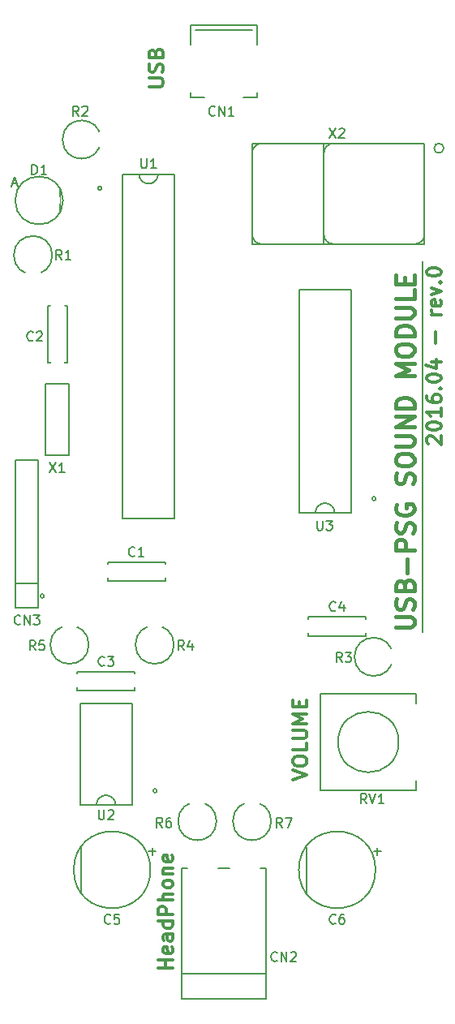
<source format=gto>
G04 #@! TF.FileFunction,Legend,Top*
%FSLAX46Y46*%
G04 Gerber Fmt 4.6, Leading zero omitted, Abs format (unit mm)*
G04 Created by KiCad (PCBNEW 4.0.2-stable) date 2016/04/14 22:54:03*
%MOMM*%
G01*
G04 APERTURE LIST*
%ADD10C,0.100000*%
%ADD11C,0.200000*%
%ADD12C,0.300000*%
%ADD13C,0.450000*%
%ADD14C,0.150000*%
%ADD15R,1.900000X1.900000*%
%ADD16C,1.900000*%
%ADD17R,1.700000X1.700000*%
%ADD18C,1.700000*%
%ADD19C,2.100000*%
%ADD20R,0.500000X1.900000*%
%ADD21R,2.400000X2.400000*%
%ADD22R,1.700000X2.100000*%
%ADD23C,2.700000*%
%ADD24R,2.100000X2.100000*%
%ADD25C,6.100000*%
G04 APERTURE END LIST*
D10*
D11*
X45720000Y-62865000D02*
X45720000Y-24130000D01*
D12*
X17178571Y-5892857D02*
X18392857Y-5892857D01*
X18535714Y-5821429D01*
X18607143Y-5750000D01*
X18678571Y-5607143D01*
X18678571Y-5321429D01*
X18607143Y-5178571D01*
X18535714Y-5107143D01*
X18392857Y-5035714D01*
X17178571Y-5035714D01*
X18607143Y-4392857D02*
X18678571Y-4178571D01*
X18678571Y-3821428D01*
X18607143Y-3678571D01*
X18535714Y-3607142D01*
X18392857Y-3535714D01*
X18250000Y-3535714D01*
X18107143Y-3607142D01*
X18035714Y-3678571D01*
X17964286Y-3821428D01*
X17892857Y-4107142D01*
X17821429Y-4250000D01*
X17750000Y-4321428D01*
X17607143Y-4392857D01*
X17464286Y-4392857D01*
X17321429Y-4321428D01*
X17250000Y-4250000D01*
X17178571Y-4107142D01*
X17178571Y-3750000D01*
X17250000Y-3535714D01*
X17892857Y-2392857D02*
X17964286Y-2178571D01*
X18035714Y-2107143D01*
X18178571Y-2035714D01*
X18392857Y-2035714D01*
X18535714Y-2107143D01*
X18607143Y-2178571D01*
X18678571Y-2321429D01*
X18678571Y-2892857D01*
X17178571Y-2892857D01*
X17178571Y-2392857D01*
X17250000Y-2250000D01*
X17321429Y-2178571D01*
X17464286Y-2107143D01*
X17607143Y-2107143D01*
X17750000Y-2178571D01*
X17821429Y-2250000D01*
X17892857Y-2392857D01*
X17892857Y-2892857D01*
X19678571Y-97857143D02*
X18178571Y-97857143D01*
X18892857Y-97857143D02*
X18892857Y-97000000D01*
X19678571Y-97000000D02*
X18178571Y-97000000D01*
X19607143Y-95714286D02*
X19678571Y-95857143D01*
X19678571Y-96142857D01*
X19607143Y-96285714D01*
X19464286Y-96357143D01*
X18892857Y-96357143D01*
X18750000Y-96285714D01*
X18678571Y-96142857D01*
X18678571Y-95857143D01*
X18750000Y-95714286D01*
X18892857Y-95642857D01*
X19035714Y-95642857D01*
X19178571Y-96357143D01*
X19678571Y-94357143D02*
X18892857Y-94357143D01*
X18750000Y-94428572D01*
X18678571Y-94571429D01*
X18678571Y-94857143D01*
X18750000Y-95000000D01*
X19607143Y-94357143D02*
X19678571Y-94500000D01*
X19678571Y-94857143D01*
X19607143Y-95000000D01*
X19464286Y-95071429D01*
X19321429Y-95071429D01*
X19178571Y-95000000D01*
X19107143Y-94857143D01*
X19107143Y-94500000D01*
X19035714Y-94357143D01*
X19678571Y-93000000D02*
X18178571Y-93000000D01*
X19607143Y-93000000D02*
X19678571Y-93142857D01*
X19678571Y-93428571D01*
X19607143Y-93571429D01*
X19535714Y-93642857D01*
X19392857Y-93714286D01*
X18964286Y-93714286D01*
X18821429Y-93642857D01*
X18750000Y-93571429D01*
X18678571Y-93428571D01*
X18678571Y-93142857D01*
X18750000Y-93000000D01*
X19678571Y-92285714D02*
X18178571Y-92285714D01*
X18178571Y-91714286D01*
X18250000Y-91571428D01*
X18321429Y-91500000D01*
X18464286Y-91428571D01*
X18678571Y-91428571D01*
X18821429Y-91500000D01*
X18892857Y-91571428D01*
X18964286Y-91714286D01*
X18964286Y-92285714D01*
X19678571Y-90785714D02*
X18178571Y-90785714D01*
X19678571Y-90142857D02*
X18892857Y-90142857D01*
X18750000Y-90214286D01*
X18678571Y-90357143D01*
X18678571Y-90571428D01*
X18750000Y-90714286D01*
X18821429Y-90785714D01*
X19678571Y-89214285D02*
X19607143Y-89357143D01*
X19535714Y-89428571D01*
X19392857Y-89500000D01*
X18964286Y-89500000D01*
X18821429Y-89428571D01*
X18750000Y-89357143D01*
X18678571Y-89214285D01*
X18678571Y-89000000D01*
X18750000Y-88857143D01*
X18821429Y-88785714D01*
X18964286Y-88714285D01*
X19392857Y-88714285D01*
X19535714Y-88785714D01*
X19607143Y-88857143D01*
X19678571Y-89000000D01*
X19678571Y-89214285D01*
X18678571Y-88071428D02*
X19678571Y-88071428D01*
X18821429Y-88071428D02*
X18750000Y-88000000D01*
X18678571Y-87857142D01*
X18678571Y-87642857D01*
X18750000Y-87500000D01*
X18892857Y-87428571D01*
X19678571Y-87428571D01*
X19607143Y-86142857D02*
X19678571Y-86285714D01*
X19678571Y-86571428D01*
X19607143Y-86714285D01*
X19464286Y-86785714D01*
X18892857Y-86785714D01*
X18750000Y-86714285D01*
X18678571Y-86571428D01*
X18678571Y-86285714D01*
X18750000Y-86142857D01*
X18892857Y-86071428D01*
X19035714Y-86071428D01*
X19178571Y-86785714D01*
X32178571Y-78214286D02*
X33678571Y-77714286D01*
X32178571Y-77214286D01*
X32178571Y-76428572D02*
X32178571Y-76142858D01*
X32250000Y-76000000D01*
X32392857Y-75857143D01*
X32678571Y-75785715D01*
X33178571Y-75785715D01*
X33464286Y-75857143D01*
X33607143Y-76000000D01*
X33678571Y-76142858D01*
X33678571Y-76428572D01*
X33607143Y-76571429D01*
X33464286Y-76714286D01*
X33178571Y-76785715D01*
X32678571Y-76785715D01*
X32392857Y-76714286D01*
X32250000Y-76571429D01*
X32178571Y-76428572D01*
X33678571Y-74428571D02*
X33678571Y-75142857D01*
X32178571Y-75142857D01*
X32178571Y-73928571D02*
X33392857Y-73928571D01*
X33535714Y-73857143D01*
X33607143Y-73785714D01*
X33678571Y-73642857D01*
X33678571Y-73357143D01*
X33607143Y-73214285D01*
X33535714Y-73142857D01*
X33392857Y-73071428D01*
X32178571Y-73071428D01*
X33678571Y-72357142D02*
X32178571Y-72357142D01*
X33250000Y-71857142D01*
X32178571Y-71357142D01*
X33678571Y-71357142D01*
X32892857Y-70642856D02*
X32892857Y-70142856D01*
X33678571Y-69928570D02*
X33678571Y-70642856D01*
X32178571Y-70642856D01*
X32178571Y-69928570D01*
X46321429Y-43178570D02*
X46250000Y-43107141D01*
X46178571Y-42964284D01*
X46178571Y-42607141D01*
X46250000Y-42464284D01*
X46321429Y-42392855D01*
X46464286Y-42321427D01*
X46607143Y-42321427D01*
X46821429Y-42392855D01*
X47678571Y-43249998D01*
X47678571Y-42321427D01*
X46178571Y-41392856D02*
X46178571Y-41249999D01*
X46250000Y-41107142D01*
X46321429Y-41035713D01*
X46464286Y-40964284D01*
X46750000Y-40892856D01*
X47107143Y-40892856D01*
X47392857Y-40964284D01*
X47535714Y-41035713D01*
X47607143Y-41107142D01*
X47678571Y-41249999D01*
X47678571Y-41392856D01*
X47607143Y-41535713D01*
X47535714Y-41607142D01*
X47392857Y-41678570D01*
X47107143Y-41749999D01*
X46750000Y-41749999D01*
X46464286Y-41678570D01*
X46321429Y-41607142D01*
X46250000Y-41535713D01*
X46178571Y-41392856D01*
X47678571Y-39464285D02*
X47678571Y-40321428D01*
X47678571Y-39892856D02*
X46178571Y-39892856D01*
X46392857Y-40035713D01*
X46535714Y-40178571D01*
X46607143Y-40321428D01*
X46178571Y-38178571D02*
X46178571Y-38464285D01*
X46250000Y-38607142D01*
X46321429Y-38678571D01*
X46535714Y-38821428D01*
X46821429Y-38892857D01*
X47392857Y-38892857D01*
X47535714Y-38821428D01*
X47607143Y-38750000D01*
X47678571Y-38607142D01*
X47678571Y-38321428D01*
X47607143Y-38178571D01*
X47535714Y-38107142D01*
X47392857Y-38035714D01*
X47035714Y-38035714D01*
X46892857Y-38107142D01*
X46821429Y-38178571D01*
X46750000Y-38321428D01*
X46750000Y-38607142D01*
X46821429Y-38750000D01*
X46892857Y-38821428D01*
X47035714Y-38892857D01*
X47535714Y-37392857D02*
X47607143Y-37321429D01*
X47678571Y-37392857D01*
X47607143Y-37464286D01*
X47535714Y-37392857D01*
X47678571Y-37392857D01*
X46178571Y-36392857D02*
X46178571Y-36250000D01*
X46250000Y-36107143D01*
X46321429Y-36035714D01*
X46464286Y-35964285D01*
X46750000Y-35892857D01*
X47107143Y-35892857D01*
X47392857Y-35964285D01*
X47535714Y-36035714D01*
X47607143Y-36107143D01*
X47678571Y-36250000D01*
X47678571Y-36392857D01*
X47607143Y-36535714D01*
X47535714Y-36607143D01*
X47392857Y-36678571D01*
X47107143Y-36750000D01*
X46750000Y-36750000D01*
X46464286Y-36678571D01*
X46321429Y-36607143D01*
X46250000Y-36535714D01*
X46178571Y-36392857D01*
X46678571Y-34607143D02*
X47678571Y-34607143D01*
X46107143Y-34964286D02*
X47178571Y-35321429D01*
X47178571Y-34392857D01*
X47107143Y-32678572D02*
X47107143Y-31535715D01*
X47678571Y-29678572D02*
X46678571Y-29678572D01*
X46964286Y-29678572D02*
X46821429Y-29607144D01*
X46750000Y-29535715D01*
X46678571Y-29392858D01*
X46678571Y-29250001D01*
X47607143Y-28178573D02*
X47678571Y-28321430D01*
X47678571Y-28607144D01*
X47607143Y-28750001D01*
X47464286Y-28821430D01*
X46892857Y-28821430D01*
X46750000Y-28750001D01*
X46678571Y-28607144D01*
X46678571Y-28321430D01*
X46750000Y-28178573D01*
X46892857Y-28107144D01*
X47035714Y-28107144D01*
X47178571Y-28821430D01*
X46678571Y-27607144D02*
X47678571Y-27250001D01*
X46678571Y-26892859D01*
X47535714Y-26321430D02*
X47607143Y-26250002D01*
X47678571Y-26321430D01*
X47607143Y-26392859D01*
X47535714Y-26321430D01*
X47678571Y-26321430D01*
X46178571Y-25321430D02*
X46178571Y-25178573D01*
X46250000Y-25035716D01*
X46321429Y-24964287D01*
X46464286Y-24892858D01*
X46750000Y-24821430D01*
X47107143Y-24821430D01*
X47392857Y-24892858D01*
X47535714Y-24964287D01*
X47607143Y-25035716D01*
X47678571Y-25178573D01*
X47678571Y-25321430D01*
X47607143Y-25464287D01*
X47535714Y-25535716D01*
X47392857Y-25607144D01*
X47107143Y-25678573D01*
X46750000Y-25678573D01*
X46464286Y-25607144D01*
X46321429Y-25535716D01*
X46250000Y-25464287D01*
X46178571Y-25321430D01*
D13*
X42959524Y-62321428D02*
X44497619Y-62321428D01*
X44678571Y-62230952D01*
X44769048Y-62140476D01*
X44859524Y-61959523D01*
X44859524Y-61597619D01*
X44769048Y-61416666D01*
X44678571Y-61326190D01*
X44497619Y-61235714D01*
X42959524Y-61235714D01*
X44769048Y-60421428D02*
X44859524Y-60150000D01*
X44859524Y-59697619D01*
X44769048Y-59516666D01*
X44678571Y-59426190D01*
X44497619Y-59335714D01*
X44316667Y-59335714D01*
X44135714Y-59426190D01*
X44045238Y-59516666D01*
X43954762Y-59697619D01*
X43864286Y-60059523D01*
X43773810Y-60240476D01*
X43683333Y-60330952D01*
X43502381Y-60421428D01*
X43321429Y-60421428D01*
X43140476Y-60330952D01*
X43050000Y-60240476D01*
X42959524Y-60059523D01*
X42959524Y-59607143D01*
X43050000Y-59335714D01*
X43864286Y-57888095D02*
X43954762Y-57616666D01*
X44045238Y-57526190D01*
X44226190Y-57435714D01*
X44497619Y-57435714D01*
X44678571Y-57526190D01*
X44769048Y-57616666D01*
X44859524Y-57797619D01*
X44859524Y-58521428D01*
X42959524Y-58521428D01*
X42959524Y-57888095D01*
X43050000Y-57707142D01*
X43140476Y-57616666D01*
X43321429Y-57526190D01*
X43502381Y-57526190D01*
X43683333Y-57616666D01*
X43773810Y-57707142D01*
X43864286Y-57888095D01*
X43864286Y-58521428D01*
X44135714Y-56621428D02*
X44135714Y-55173809D01*
X44859524Y-54269047D02*
X42959524Y-54269047D01*
X42959524Y-53545238D01*
X43050000Y-53364285D01*
X43140476Y-53273809D01*
X43321429Y-53183333D01*
X43592857Y-53183333D01*
X43773810Y-53273809D01*
X43864286Y-53364285D01*
X43954762Y-53545238D01*
X43954762Y-54269047D01*
X44769048Y-52459523D02*
X44859524Y-52188095D01*
X44859524Y-51735714D01*
X44769048Y-51554761D01*
X44678571Y-51464285D01*
X44497619Y-51373809D01*
X44316667Y-51373809D01*
X44135714Y-51464285D01*
X44045238Y-51554761D01*
X43954762Y-51735714D01*
X43864286Y-52097618D01*
X43773810Y-52278571D01*
X43683333Y-52369047D01*
X43502381Y-52459523D01*
X43321429Y-52459523D01*
X43140476Y-52369047D01*
X43050000Y-52278571D01*
X42959524Y-52097618D01*
X42959524Y-51645238D01*
X43050000Y-51373809D01*
X43050000Y-49564285D02*
X42959524Y-49745237D01*
X42959524Y-50016666D01*
X43050000Y-50288094D01*
X43230952Y-50469047D01*
X43411905Y-50559523D01*
X43773810Y-50649999D01*
X44045238Y-50649999D01*
X44407143Y-50559523D01*
X44588095Y-50469047D01*
X44769048Y-50288094D01*
X44859524Y-50016666D01*
X44859524Y-49835714D01*
X44769048Y-49564285D01*
X44678571Y-49473809D01*
X44045238Y-49473809D01*
X44045238Y-49835714D01*
X44769048Y-47302380D02*
X44859524Y-47030952D01*
X44859524Y-46578571D01*
X44769048Y-46397618D01*
X44678571Y-46307142D01*
X44497619Y-46216666D01*
X44316667Y-46216666D01*
X44135714Y-46307142D01*
X44045238Y-46397618D01*
X43954762Y-46578571D01*
X43864286Y-46940475D01*
X43773810Y-47121428D01*
X43683333Y-47211904D01*
X43502381Y-47302380D01*
X43321429Y-47302380D01*
X43140476Y-47211904D01*
X43050000Y-47121428D01*
X42959524Y-46940475D01*
X42959524Y-46488095D01*
X43050000Y-46216666D01*
X42959524Y-45040475D02*
X42959524Y-44678571D01*
X43050000Y-44497618D01*
X43230952Y-44316666D01*
X43592857Y-44226190D01*
X44226190Y-44226190D01*
X44588095Y-44316666D01*
X44769048Y-44497618D01*
X44859524Y-44678571D01*
X44859524Y-45040475D01*
X44769048Y-45221428D01*
X44588095Y-45402380D01*
X44226190Y-45492856D01*
X43592857Y-45492856D01*
X43230952Y-45402380D01*
X43050000Y-45221428D01*
X42959524Y-45040475D01*
X42959524Y-43411904D02*
X44497619Y-43411904D01*
X44678571Y-43321428D01*
X44769048Y-43230952D01*
X44859524Y-43049999D01*
X44859524Y-42688095D01*
X44769048Y-42507142D01*
X44678571Y-42416666D01*
X44497619Y-42326190D01*
X42959524Y-42326190D01*
X44859524Y-41421428D02*
X42959524Y-41421428D01*
X44859524Y-40335714D01*
X42959524Y-40335714D01*
X44859524Y-39430952D02*
X42959524Y-39430952D01*
X42959524Y-38978571D01*
X43050000Y-38707143D01*
X43230952Y-38526190D01*
X43411905Y-38435714D01*
X43773810Y-38345238D01*
X44045238Y-38345238D01*
X44407143Y-38435714D01*
X44588095Y-38526190D01*
X44769048Y-38707143D01*
X44859524Y-38978571D01*
X44859524Y-39430952D01*
X44859524Y-36083333D02*
X42959524Y-36083333D01*
X44316667Y-35450000D01*
X42959524Y-34816666D01*
X44859524Y-34816666D01*
X42959524Y-33549999D02*
X42959524Y-33188095D01*
X43050000Y-33007142D01*
X43230952Y-32826190D01*
X43592857Y-32735714D01*
X44226190Y-32735714D01*
X44588095Y-32826190D01*
X44769048Y-33007142D01*
X44859524Y-33188095D01*
X44859524Y-33549999D01*
X44769048Y-33730952D01*
X44588095Y-33911904D01*
X44226190Y-34002380D01*
X43592857Y-34002380D01*
X43230952Y-33911904D01*
X43050000Y-33730952D01*
X42959524Y-33549999D01*
X44859524Y-31921428D02*
X42959524Y-31921428D01*
X42959524Y-31469047D01*
X43050000Y-31197619D01*
X43230952Y-31016666D01*
X43411905Y-30926190D01*
X43773810Y-30835714D01*
X44045238Y-30835714D01*
X44407143Y-30926190D01*
X44588095Y-31016666D01*
X44769048Y-31197619D01*
X44859524Y-31469047D01*
X44859524Y-31921428D01*
X42959524Y-30021428D02*
X44497619Y-30021428D01*
X44678571Y-29930952D01*
X44769048Y-29840476D01*
X44859524Y-29659523D01*
X44859524Y-29297619D01*
X44769048Y-29116666D01*
X44678571Y-29026190D01*
X44497619Y-28935714D01*
X42959524Y-28935714D01*
X44859524Y-27126190D02*
X44859524Y-28030952D01*
X42959524Y-28030952D01*
X43864286Y-26492857D02*
X43864286Y-25859524D01*
X44859524Y-25588095D02*
X44859524Y-26492857D01*
X42959524Y-26492857D01*
X42959524Y-25588095D01*
D14*
X17145000Y-16040000D02*
G75*
G03X18145000Y-15040000I0J1000000D01*
G01*
X16145000Y-15040000D02*
G75*
G03X17145000Y-16040000I1000000J0D01*
G01*
X14435000Y-15040000D02*
X19855000Y-15040000D01*
X19855000Y-15040000D02*
X19855000Y-51000000D01*
X19855000Y-51000000D02*
X14435000Y-51000000D01*
X14435000Y-51000000D02*
X14435000Y-15040000D01*
X12235000Y-16510000D02*
G75*
G03X12235000Y-16510000I-200000J0D01*
G01*
X8215000Y-17780000D02*
G75*
G03X8215000Y-17780000I-2500000J0D01*
G01*
X7880064Y-19030000D02*
X7880064Y-16530000D01*
X8870000Y-36890000D02*
X6370000Y-36890000D01*
X6370000Y-36890000D02*
X6370000Y-44390000D01*
X6370000Y-44390000D02*
X8870000Y-44390000D01*
X8870000Y-44390000D02*
X8870000Y-36890000D01*
X18875000Y-55515000D02*
X18875000Y-57515000D01*
X12875000Y-55515000D02*
X12875000Y-57515000D01*
X12875000Y-57515000D02*
X18875000Y-57515000D01*
X12875000Y-55515000D02*
X18875000Y-55515000D01*
X8620000Y-34750000D02*
X6620000Y-34750000D01*
X8620000Y-28750000D02*
X6620000Y-28750000D01*
X6620000Y-28750000D02*
X6620000Y-34750000D01*
X8620000Y-28750000D02*
X8620000Y-34750000D01*
X15700000Y-66945000D02*
X15700000Y-68945000D01*
X9700000Y-66945000D02*
X9700000Y-68945000D01*
X9700000Y-68945000D02*
X15700000Y-68945000D01*
X9700000Y-66945000D02*
X15700000Y-66945000D01*
X39830000Y-61230000D02*
X39830000Y-63230000D01*
X33830000Y-61230000D02*
X33830000Y-63230000D01*
X33830000Y-63230000D02*
X39830000Y-63230000D01*
X33830000Y-61230000D02*
X39830000Y-61230000D01*
X10135000Y-90030000D02*
X10135000Y-85230000D01*
X17335000Y-87630000D02*
G75*
G03X17335000Y-87630000I-4000000J0D01*
G01*
X33630000Y-90030000D02*
X33630000Y-85230000D01*
X40830000Y-87630000D02*
G75*
G03X40830000Y-87630000I-4000000J0D01*
G01*
X28000000Y0D02*
X22000000Y0D01*
X28500000Y-1500000D02*
X28500000Y-500000D01*
X28500000Y-500000D02*
X28500000Y500000D01*
X28500000Y500000D02*
X21500000Y500000D01*
X21500000Y500000D02*
X21500000Y-1500000D01*
X23000000Y-7000000D02*
X21500000Y-7000000D01*
X21500000Y-7000000D02*
X21500000Y-6500000D01*
X27000000Y-7000000D02*
X28500000Y-7000000D01*
X28500000Y-7000000D02*
X28500000Y-6500000D01*
X29400000Y-98500000D02*
X29400000Y-101100000D01*
X29400000Y-101100000D02*
X20600000Y-101100000D01*
X20600000Y-101100000D02*
X20600000Y-98500000D01*
X25600000Y-87500000D02*
X24400000Y-87500000D01*
X20600000Y-87500000D02*
X21200000Y-87500000D01*
X29400000Y-87500000D02*
X28800000Y-87500000D01*
X29400000Y-87500000D02*
X29400000Y-98500000D01*
X29400000Y-98500000D02*
X20600000Y-98500000D01*
X20600000Y-98500000D02*
X20600000Y-87500000D01*
X5645000Y-60325000D02*
X3245000Y-60325000D01*
X3245000Y-60325000D02*
X3245000Y-44885000D01*
X3245000Y-44885000D02*
X5645000Y-44885000D01*
X5645000Y-44885000D02*
X5645000Y-60325000D01*
X5645000Y-57785000D02*
X3245000Y-57785000D01*
X6245000Y-59055000D02*
G75*
G03X6245000Y-59055000I-200000J0D01*
G01*
X7080000Y-23495000D02*
G75*
G03X7080000Y-23495000I-2000000J0D01*
G01*
X12160000Y-11430000D02*
G75*
G03X12160000Y-11430000I-2000000J0D01*
G01*
X42640000Y-65405000D02*
G75*
G03X42640000Y-65405000I-2000000J0D01*
G01*
X19780000Y-64135000D02*
G75*
G03X19780000Y-64135000I-2000000J0D01*
G01*
X10890000Y-64135000D02*
G75*
G03X10890000Y-64135000I-2000000J0D01*
G01*
X24225000Y-82550000D02*
G75*
G03X24225000Y-82550000I-2000000J0D01*
G01*
X29940000Y-82550000D02*
G75*
G03X29940000Y-82550000I-2000000J0D01*
G01*
X43247278Y-74295000D02*
G75*
G03X43247278Y-74295000I-3162278J0D01*
G01*
X45085000Y-79295000D02*
X45085000Y-78295000D01*
X45085000Y-70295000D02*
X45085000Y-69295000D01*
X45085000Y-79295000D02*
X35085000Y-79295000D01*
X35085000Y-79295000D02*
X35085000Y-69295000D01*
X35085000Y-69295000D02*
X45085000Y-69295000D01*
X12700000Y-79845000D02*
G75*
G03X11700000Y-80845000I0J-1000000D01*
G01*
X13700000Y-80845000D02*
G75*
G03X12700000Y-79845000I-1000000J0D01*
G01*
X15410000Y-80845000D02*
X9990000Y-80845000D01*
X9990000Y-80845000D02*
X9990000Y-70285000D01*
X9990000Y-70285000D02*
X15410000Y-70285000D01*
X15410000Y-70285000D02*
X15410000Y-80845000D01*
X18010000Y-79375000D02*
G75*
G03X18010000Y-79375000I-200000J0D01*
G01*
X35560000Y-49365000D02*
G75*
G03X34560000Y-50365000I0J-1000000D01*
G01*
X36560000Y-50365000D02*
G75*
G03X35560000Y-49365000I-1000000J0D01*
G01*
X38270000Y-50365000D02*
X32850000Y-50365000D01*
X32850000Y-50365000D02*
X32850000Y-27105000D01*
X32850000Y-27105000D02*
X38270000Y-27105000D01*
X38270000Y-27105000D02*
X38270000Y-50365000D01*
X40870000Y-48895000D02*
G75*
G03X40870000Y-48895000I-200000J0D01*
G01*
X27950000Y-21335000D02*
G75*
G03X28950000Y-22335000I1000000J0D01*
G01*
X28950000Y-11835000D02*
G75*
G03X27950000Y-12835000I0J-1000000D01*
G01*
X36450000Y-11835000D02*
G75*
G03X35450000Y-12835000I0J-1000000D01*
G01*
X35450000Y-21335000D02*
G75*
G03X36450000Y-22335000I1000000J0D01*
G01*
X44950000Y-22335000D02*
G75*
G03X45950000Y-21335000I0J1000000D01*
G01*
X47950000Y-12335000D02*
G75*
G03X47950000Y-12335000I-500000J0D01*
G01*
X30450000Y-11835000D02*
X27950000Y-11835000D01*
X30450000Y-22335000D02*
X27950000Y-22335000D01*
X35450000Y-22335000D02*
X35450000Y-11835000D01*
X45950000Y-22335000D02*
X45950000Y-11835000D01*
X45950000Y-11835000D02*
X30450000Y-11835000D01*
X27950000Y-11835000D02*
X27950000Y-22335000D01*
X30450000Y-22335000D02*
X45950000Y-22335000D01*
X16383095Y-13422381D02*
X16383095Y-14231905D01*
X16430714Y-14327143D01*
X16478333Y-14374762D01*
X16573571Y-14422381D01*
X16764048Y-14422381D01*
X16859286Y-14374762D01*
X16906905Y-14327143D01*
X16954524Y-14231905D01*
X16954524Y-13422381D01*
X17954524Y-14422381D02*
X17383095Y-14422381D01*
X17668809Y-14422381D02*
X17668809Y-13422381D01*
X17573571Y-13565238D01*
X17478333Y-13660476D01*
X17383095Y-13708095D01*
X4976905Y-15057381D02*
X4976905Y-14057381D01*
X5215000Y-14057381D01*
X5357858Y-14105000D01*
X5453096Y-14200238D01*
X5500715Y-14295476D01*
X5548334Y-14485952D01*
X5548334Y-14628810D01*
X5500715Y-14819286D01*
X5453096Y-14914524D01*
X5357858Y-15009762D01*
X5215000Y-15057381D01*
X4976905Y-15057381D01*
X6500715Y-15057381D02*
X5929286Y-15057381D01*
X6215000Y-15057381D02*
X6215000Y-14057381D01*
X6119762Y-14200238D01*
X6024524Y-14295476D01*
X5929286Y-14343095D01*
X2936905Y-16041667D02*
X3413096Y-16041667D01*
X2841667Y-16327381D02*
X3175000Y-15327381D01*
X3508334Y-16327381D01*
X6810476Y-45172381D02*
X7477143Y-46172381D01*
X7477143Y-45172381D02*
X6810476Y-46172381D01*
X8381905Y-46172381D02*
X7810476Y-46172381D01*
X8096190Y-46172381D02*
X8096190Y-45172381D01*
X8000952Y-45315238D01*
X7905714Y-45410476D01*
X7810476Y-45458095D01*
X15708334Y-54840143D02*
X15660715Y-54887762D01*
X15517858Y-54935381D01*
X15422620Y-54935381D01*
X15279762Y-54887762D01*
X15184524Y-54792524D01*
X15136905Y-54697286D01*
X15089286Y-54506810D01*
X15089286Y-54363952D01*
X15136905Y-54173476D01*
X15184524Y-54078238D01*
X15279762Y-53983000D01*
X15422620Y-53935381D01*
X15517858Y-53935381D01*
X15660715Y-53983000D01*
X15708334Y-54030619D01*
X16660715Y-54935381D02*
X16089286Y-54935381D01*
X16375000Y-54935381D02*
X16375000Y-53935381D01*
X16279762Y-54078238D01*
X16184524Y-54173476D01*
X16089286Y-54221095D01*
X5083334Y-32357143D02*
X5035715Y-32404762D01*
X4892858Y-32452381D01*
X4797620Y-32452381D01*
X4654762Y-32404762D01*
X4559524Y-32309524D01*
X4511905Y-32214286D01*
X4464286Y-32023810D01*
X4464286Y-31880952D01*
X4511905Y-31690476D01*
X4559524Y-31595238D01*
X4654762Y-31500000D01*
X4797620Y-31452381D01*
X4892858Y-31452381D01*
X5035715Y-31500000D01*
X5083334Y-31547619D01*
X5464286Y-31547619D02*
X5511905Y-31500000D01*
X5607143Y-31452381D01*
X5845239Y-31452381D01*
X5940477Y-31500000D01*
X5988096Y-31547619D01*
X6035715Y-31642857D01*
X6035715Y-31738095D01*
X5988096Y-31880952D01*
X5416667Y-32452381D01*
X6035715Y-32452381D01*
X12533334Y-66270143D02*
X12485715Y-66317762D01*
X12342858Y-66365381D01*
X12247620Y-66365381D01*
X12104762Y-66317762D01*
X12009524Y-66222524D01*
X11961905Y-66127286D01*
X11914286Y-65936810D01*
X11914286Y-65793952D01*
X11961905Y-65603476D01*
X12009524Y-65508238D01*
X12104762Y-65413000D01*
X12247620Y-65365381D01*
X12342858Y-65365381D01*
X12485715Y-65413000D01*
X12533334Y-65460619D01*
X12866667Y-65365381D02*
X13485715Y-65365381D01*
X13152381Y-65746333D01*
X13295239Y-65746333D01*
X13390477Y-65793952D01*
X13438096Y-65841571D01*
X13485715Y-65936810D01*
X13485715Y-66174905D01*
X13438096Y-66270143D01*
X13390477Y-66317762D01*
X13295239Y-66365381D01*
X13009524Y-66365381D01*
X12914286Y-66317762D01*
X12866667Y-66270143D01*
X36663334Y-60555143D02*
X36615715Y-60602762D01*
X36472858Y-60650381D01*
X36377620Y-60650381D01*
X36234762Y-60602762D01*
X36139524Y-60507524D01*
X36091905Y-60412286D01*
X36044286Y-60221810D01*
X36044286Y-60078952D01*
X36091905Y-59888476D01*
X36139524Y-59793238D01*
X36234762Y-59698000D01*
X36377620Y-59650381D01*
X36472858Y-59650381D01*
X36615715Y-59698000D01*
X36663334Y-59745619D01*
X37520477Y-59983714D02*
X37520477Y-60650381D01*
X37282381Y-59602762D02*
X37044286Y-60317048D01*
X37663334Y-60317048D01*
X13168334Y-93187143D02*
X13120715Y-93234762D01*
X12977858Y-93282381D01*
X12882620Y-93282381D01*
X12739762Y-93234762D01*
X12644524Y-93139524D01*
X12596905Y-93044286D01*
X12549286Y-92853810D01*
X12549286Y-92710952D01*
X12596905Y-92520476D01*
X12644524Y-92425238D01*
X12739762Y-92330000D01*
X12882620Y-92282381D01*
X12977858Y-92282381D01*
X13120715Y-92330000D01*
X13168334Y-92377619D01*
X14073096Y-92282381D02*
X13596905Y-92282381D01*
X13549286Y-92758571D01*
X13596905Y-92710952D01*
X13692143Y-92663333D01*
X13930239Y-92663333D01*
X14025477Y-92710952D01*
X14073096Y-92758571D01*
X14120715Y-92853810D01*
X14120715Y-93091905D01*
X14073096Y-93187143D01*
X14025477Y-93234762D01*
X13930239Y-93282381D01*
X13692143Y-93282381D01*
X13596905Y-93234762D01*
X13549286Y-93187143D01*
X17154048Y-85701429D02*
X17915953Y-85701429D01*
X17535001Y-86082381D02*
X17535001Y-85320476D01*
X36663334Y-93187143D02*
X36615715Y-93234762D01*
X36472858Y-93282381D01*
X36377620Y-93282381D01*
X36234762Y-93234762D01*
X36139524Y-93139524D01*
X36091905Y-93044286D01*
X36044286Y-92853810D01*
X36044286Y-92710952D01*
X36091905Y-92520476D01*
X36139524Y-92425238D01*
X36234762Y-92330000D01*
X36377620Y-92282381D01*
X36472858Y-92282381D01*
X36615715Y-92330000D01*
X36663334Y-92377619D01*
X37520477Y-92282381D02*
X37330000Y-92282381D01*
X37234762Y-92330000D01*
X37187143Y-92377619D01*
X37091905Y-92520476D01*
X37044286Y-92710952D01*
X37044286Y-93091905D01*
X37091905Y-93187143D01*
X37139524Y-93234762D01*
X37234762Y-93282381D01*
X37425239Y-93282381D01*
X37520477Y-93234762D01*
X37568096Y-93187143D01*
X37615715Y-93091905D01*
X37615715Y-92853810D01*
X37568096Y-92758571D01*
X37520477Y-92710952D01*
X37425239Y-92663333D01*
X37234762Y-92663333D01*
X37139524Y-92710952D01*
X37091905Y-92758571D01*
X37044286Y-92853810D01*
X40649048Y-85701429D02*
X41410953Y-85701429D01*
X41030001Y-86082381D02*
X41030001Y-85320476D01*
X24059524Y-8857143D02*
X24011905Y-8904762D01*
X23869048Y-8952381D01*
X23773810Y-8952381D01*
X23630952Y-8904762D01*
X23535714Y-8809524D01*
X23488095Y-8714286D01*
X23440476Y-8523810D01*
X23440476Y-8380952D01*
X23488095Y-8190476D01*
X23535714Y-8095238D01*
X23630952Y-8000000D01*
X23773810Y-7952381D01*
X23869048Y-7952381D01*
X24011905Y-8000000D01*
X24059524Y-8047619D01*
X24488095Y-8952381D02*
X24488095Y-7952381D01*
X25059524Y-8952381D01*
X25059524Y-7952381D01*
X26059524Y-8952381D02*
X25488095Y-8952381D01*
X25773809Y-8952381D02*
X25773809Y-7952381D01*
X25678571Y-8095238D01*
X25583333Y-8190476D01*
X25488095Y-8238095D01*
X30559524Y-97107143D02*
X30511905Y-97154762D01*
X30369048Y-97202381D01*
X30273810Y-97202381D01*
X30130952Y-97154762D01*
X30035714Y-97059524D01*
X29988095Y-96964286D01*
X29940476Y-96773810D01*
X29940476Y-96630952D01*
X29988095Y-96440476D01*
X30035714Y-96345238D01*
X30130952Y-96250000D01*
X30273810Y-96202381D01*
X30369048Y-96202381D01*
X30511905Y-96250000D01*
X30559524Y-96297619D01*
X30988095Y-97202381D02*
X30988095Y-96202381D01*
X31559524Y-97202381D01*
X31559524Y-96202381D01*
X31988095Y-96297619D02*
X32035714Y-96250000D01*
X32130952Y-96202381D01*
X32369048Y-96202381D01*
X32464286Y-96250000D01*
X32511905Y-96297619D01*
X32559524Y-96392857D01*
X32559524Y-96488095D01*
X32511905Y-96630952D01*
X31940476Y-97202381D01*
X32559524Y-97202381D01*
X3754524Y-61952143D02*
X3706905Y-61999762D01*
X3564048Y-62047381D01*
X3468810Y-62047381D01*
X3325952Y-61999762D01*
X3230714Y-61904524D01*
X3183095Y-61809286D01*
X3135476Y-61618810D01*
X3135476Y-61475952D01*
X3183095Y-61285476D01*
X3230714Y-61190238D01*
X3325952Y-61095000D01*
X3468810Y-61047381D01*
X3564048Y-61047381D01*
X3706905Y-61095000D01*
X3754524Y-61142619D01*
X4183095Y-62047381D02*
X4183095Y-61047381D01*
X4754524Y-62047381D01*
X4754524Y-61047381D01*
X5135476Y-61047381D02*
X5754524Y-61047381D01*
X5421190Y-61428333D01*
X5564048Y-61428333D01*
X5659286Y-61475952D01*
X5706905Y-61523571D01*
X5754524Y-61618810D01*
X5754524Y-61856905D01*
X5706905Y-61952143D01*
X5659286Y-61999762D01*
X5564048Y-62047381D01*
X5278333Y-62047381D01*
X5183095Y-61999762D01*
X5135476Y-61952143D01*
X8083334Y-23952381D02*
X7750000Y-23476190D01*
X7511905Y-23952381D02*
X7511905Y-22952381D01*
X7892858Y-22952381D01*
X7988096Y-23000000D01*
X8035715Y-23047619D01*
X8083334Y-23142857D01*
X8083334Y-23285714D01*
X8035715Y-23380952D01*
X7988096Y-23428571D01*
X7892858Y-23476190D01*
X7511905Y-23476190D01*
X9035715Y-23952381D02*
X8464286Y-23952381D01*
X8750000Y-23952381D02*
X8750000Y-22952381D01*
X8654762Y-23095238D01*
X8559524Y-23190476D01*
X8464286Y-23238095D01*
X9833334Y-8952381D02*
X9500000Y-8476190D01*
X9261905Y-8952381D02*
X9261905Y-7952381D01*
X9642858Y-7952381D01*
X9738096Y-8000000D01*
X9785715Y-8047619D01*
X9833334Y-8142857D01*
X9833334Y-8285714D01*
X9785715Y-8380952D01*
X9738096Y-8428571D01*
X9642858Y-8476190D01*
X9261905Y-8476190D01*
X10214286Y-8047619D02*
X10261905Y-8000000D01*
X10357143Y-7952381D01*
X10595239Y-7952381D01*
X10690477Y-8000000D01*
X10738096Y-8047619D01*
X10785715Y-8142857D01*
X10785715Y-8238095D01*
X10738096Y-8380952D01*
X10166667Y-8952381D01*
X10785715Y-8952381D01*
X37333334Y-65952381D02*
X37000000Y-65476190D01*
X36761905Y-65952381D02*
X36761905Y-64952381D01*
X37142858Y-64952381D01*
X37238096Y-65000000D01*
X37285715Y-65047619D01*
X37333334Y-65142857D01*
X37333334Y-65285714D01*
X37285715Y-65380952D01*
X37238096Y-65428571D01*
X37142858Y-65476190D01*
X36761905Y-65476190D01*
X37666667Y-64952381D02*
X38285715Y-64952381D01*
X37952381Y-65333333D01*
X38095239Y-65333333D01*
X38190477Y-65380952D01*
X38238096Y-65428571D01*
X38285715Y-65523810D01*
X38285715Y-65761905D01*
X38238096Y-65857143D01*
X38190477Y-65904762D01*
X38095239Y-65952381D01*
X37809524Y-65952381D01*
X37714286Y-65904762D01*
X37666667Y-65857143D01*
X20833334Y-64702381D02*
X20500000Y-64226190D01*
X20261905Y-64702381D02*
X20261905Y-63702381D01*
X20642858Y-63702381D01*
X20738096Y-63750000D01*
X20785715Y-63797619D01*
X20833334Y-63892857D01*
X20833334Y-64035714D01*
X20785715Y-64130952D01*
X20738096Y-64178571D01*
X20642858Y-64226190D01*
X20261905Y-64226190D01*
X21690477Y-64035714D02*
X21690477Y-64702381D01*
X21452381Y-63654762D02*
X21214286Y-64369048D01*
X21833334Y-64369048D01*
X5333334Y-64702381D02*
X5000000Y-64226190D01*
X4761905Y-64702381D02*
X4761905Y-63702381D01*
X5142858Y-63702381D01*
X5238096Y-63750000D01*
X5285715Y-63797619D01*
X5333334Y-63892857D01*
X5333334Y-64035714D01*
X5285715Y-64130952D01*
X5238096Y-64178571D01*
X5142858Y-64226190D01*
X4761905Y-64226190D01*
X6238096Y-63702381D02*
X5761905Y-63702381D01*
X5714286Y-64178571D01*
X5761905Y-64130952D01*
X5857143Y-64083333D01*
X6095239Y-64083333D01*
X6190477Y-64130952D01*
X6238096Y-64178571D01*
X6285715Y-64273810D01*
X6285715Y-64511905D01*
X6238096Y-64607143D01*
X6190477Y-64654762D01*
X6095239Y-64702381D01*
X5857143Y-64702381D01*
X5761905Y-64654762D01*
X5714286Y-64607143D01*
X18583334Y-83202381D02*
X18250000Y-82726190D01*
X18011905Y-83202381D02*
X18011905Y-82202381D01*
X18392858Y-82202381D01*
X18488096Y-82250000D01*
X18535715Y-82297619D01*
X18583334Y-82392857D01*
X18583334Y-82535714D01*
X18535715Y-82630952D01*
X18488096Y-82678571D01*
X18392858Y-82726190D01*
X18011905Y-82726190D01*
X19440477Y-82202381D02*
X19250000Y-82202381D01*
X19154762Y-82250000D01*
X19107143Y-82297619D01*
X19011905Y-82440476D01*
X18964286Y-82630952D01*
X18964286Y-83011905D01*
X19011905Y-83107143D01*
X19059524Y-83154762D01*
X19154762Y-83202381D01*
X19345239Y-83202381D01*
X19440477Y-83154762D01*
X19488096Y-83107143D01*
X19535715Y-83011905D01*
X19535715Y-82773810D01*
X19488096Y-82678571D01*
X19440477Y-82630952D01*
X19345239Y-82583333D01*
X19154762Y-82583333D01*
X19059524Y-82630952D01*
X19011905Y-82678571D01*
X18964286Y-82773810D01*
X31083334Y-83202381D02*
X30750000Y-82726190D01*
X30511905Y-83202381D02*
X30511905Y-82202381D01*
X30892858Y-82202381D01*
X30988096Y-82250000D01*
X31035715Y-82297619D01*
X31083334Y-82392857D01*
X31083334Y-82535714D01*
X31035715Y-82630952D01*
X30988096Y-82678571D01*
X30892858Y-82726190D01*
X30511905Y-82726190D01*
X31416667Y-82202381D02*
X32083334Y-82202381D01*
X31654762Y-83202381D01*
X39904762Y-80702381D02*
X39571428Y-80226190D01*
X39333333Y-80702381D02*
X39333333Y-79702381D01*
X39714286Y-79702381D01*
X39809524Y-79750000D01*
X39857143Y-79797619D01*
X39904762Y-79892857D01*
X39904762Y-80035714D01*
X39857143Y-80130952D01*
X39809524Y-80178571D01*
X39714286Y-80226190D01*
X39333333Y-80226190D01*
X40190476Y-79702381D02*
X40523809Y-80702381D01*
X40857143Y-79702381D01*
X41714286Y-80702381D02*
X41142857Y-80702381D01*
X41428571Y-80702381D02*
X41428571Y-79702381D01*
X41333333Y-79845238D01*
X41238095Y-79940476D01*
X41142857Y-79988095D01*
X11938095Y-81367381D02*
X11938095Y-82176905D01*
X11985714Y-82272143D01*
X12033333Y-82319762D01*
X12128571Y-82367381D01*
X12319048Y-82367381D01*
X12414286Y-82319762D01*
X12461905Y-82272143D01*
X12509524Y-82176905D01*
X12509524Y-81367381D01*
X12938095Y-81462619D02*
X12985714Y-81415000D01*
X13080952Y-81367381D01*
X13319048Y-81367381D01*
X13414286Y-81415000D01*
X13461905Y-81462619D01*
X13509524Y-81557857D01*
X13509524Y-81653095D01*
X13461905Y-81795952D01*
X12890476Y-82367381D01*
X13509524Y-82367381D01*
X34738095Y-51202381D02*
X34738095Y-52011905D01*
X34785714Y-52107143D01*
X34833333Y-52154762D01*
X34928571Y-52202381D01*
X35119048Y-52202381D01*
X35214286Y-52154762D01*
X35261905Y-52107143D01*
X35309524Y-52011905D01*
X35309524Y-51202381D01*
X35690476Y-51202381D02*
X36309524Y-51202381D01*
X35976190Y-51583333D01*
X36119048Y-51583333D01*
X36214286Y-51630952D01*
X36261905Y-51678571D01*
X36309524Y-51773810D01*
X36309524Y-52011905D01*
X36261905Y-52107143D01*
X36214286Y-52154762D01*
X36119048Y-52202381D01*
X35833333Y-52202381D01*
X35738095Y-52154762D01*
X35690476Y-52107143D01*
X36020476Y-10247381D02*
X36687143Y-11247381D01*
X36687143Y-10247381D02*
X36020476Y-11247381D01*
X37020476Y-10342619D02*
X37068095Y-10295000D01*
X37163333Y-10247381D01*
X37401429Y-10247381D01*
X37496667Y-10295000D01*
X37544286Y-10342619D01*
X37591905Y-10437857D01*
X37591905Y-10533095D01*
X37544286Y-10675952D01*
X36972857Y-11247381D01*
X37591905Y-11247381D01*
%LPC*%
D15*
X13335000Y-16510000D03*
D16*
X13335000Y-19050000D03*
X13335000Y-21590000D03*
X13335000Y-24130000D03*
X13335000Y-26670000D03*
X13335000Y-29210000D03*
X13335000Y-31750000D03*
X13335000Y-34290000D03*
X13335000Y-36830000D03*
X13335000Y-39370000D03*
X13335000Y-41910000D03*
X13335000Y-44450000D03*
X13335000Y-46990000D03*
X13335000Y-49530000D03*
X20955000Y-49530000D03*
X20955000Y-46990000D03*
X20955000Y-44450000D03*
X20955000Y-41910000D03*
X20955000Y-39370000D03*
X20955000Y-36830000D03*
X20955000Y-34290000D03*
X20955000Y-31750000D03*
X20955000Y-29210000D03*
X20955000Y-26670000D03*
X20955000Y-24130000D03*
X20955000Y-21590000D03*
X20955000Y-19050000D03*
X20955000Y-16510000D03*
D15*
X4445000Y-17780000D03*
D16*
X6985000Y-17780000D03*
D17*
X7620000Y-38100000D03*
D18*
X7620000Y-40640000D03*
X7620000Y-43180000D03*
X13375000Y-56515000D03*
X18375000Y-56515000D03*
X7620000Y-29250000D03*
X7620000Y-34250000D03*
X10200000Y-67945000D03*
X15200000Y-67945000D03*
X34330000Y-62230000D03*
X39330000Y-62230000D03*
D19*
X15085000Y-87630000D03*
X11585000Y-87630000D03*
X38580000Y-87630000D03*
X35080000Y-87630000D03*
D20*
X23700000Y-6000000D03*
X24350000Y-6000000D03*
X25000000Y-6000000D03*
X25650000Y-6000000D03*
X26300000Y-6000000D03*
D21*
X28150000Y-5000000D03*
X21850000Y-5000000D03*
D22*
X28900000Y-2650000D03*
X21100000Y-2650000D03*
D23*
X27750000Y-93000000D03*
X22250000Y-93000000D03*
X27200000Y-87500000D03*
X22800000Y-87500000D03*
D24*
X4445000Y-59055000D03*
D19*
X4445000Y-56515000D03*
X4445000Y-53975000D03*
X4445000Y-51435000D03*
X4445000Y-48895000D03*
X4445000Y-46355000D03*
D24*
X5080000Y-23495000D03*
D19*
X5080000Y-26035000D03*
D24*
X10160000Y-11430000D03*
D19*
X12700000Y-11430000D03*
D24*
X40640000Y-65405000D03*
D19*
X43180000Y-65405000D03*
D24*
X17780000Y-64135000D03*
D19*
X17780000Y-61595000D03*
D24*
X8890000Y-64135000D03*
D19*
X8890000Y-61595000D03*
D24*
X22225000Y-82550000D03*
D19*
X22225000Y-80010000D03*
D24*
X27940000Y-82550000D03*
D19*
X27940000Y-80010000D03*
D18*
X45085000Y-76835000D03*
X45085000Y-74295000D03*
X45085000Y-71755000D03*
D15*
X16510000Y-79375000D03*
D16*
X16510000Y-76835000D03*
X16510000Y-74295000D03*
X16510000Y-71755000D03*
X8890000Y-71755000D03*
X8890000Y-74295000D03*
X8890000Y-76835000D03*
X8890000Y-79375000D03*
D15*
X39370000Y-48895000D03*
D16*
X39370000Y-46355000D03*
X39370000Y-43815000D03*
X39370000Y-41275000D03*
X39370000Y-38735000D03*
X39370000Y-36195000D03*
X39370000Y-33655000D03*
X39370000Y-31115000D03*
X39370000Y-28575000D03*
X31750000Y-28575000D03*
X31750000Y-31115000D03*
X31750000Y-33655000D03*
X31750000Y-36195000D03*
X31750000Y-38735000D03*
X31750000Y-41275000D03*
X31750000Y-43815000D03*
X31750000Y-46355000D03*
X31750000Y-48895000D03*
D17*
X44450000Y-13335000D03*
D18*
X44450000Y-20955000D03*
X36830000Y-20955000D03*
X36830000Y-13335000D03*
X29210000Y-20955000D03*
X29210000Y-13335000D03*
D25*
X5000000Y-5000000D03*
X45000000Y-5000000D03*
X5000000Y-95000000D03*
X45000000Y-95000000D03*
M02*

</source>
